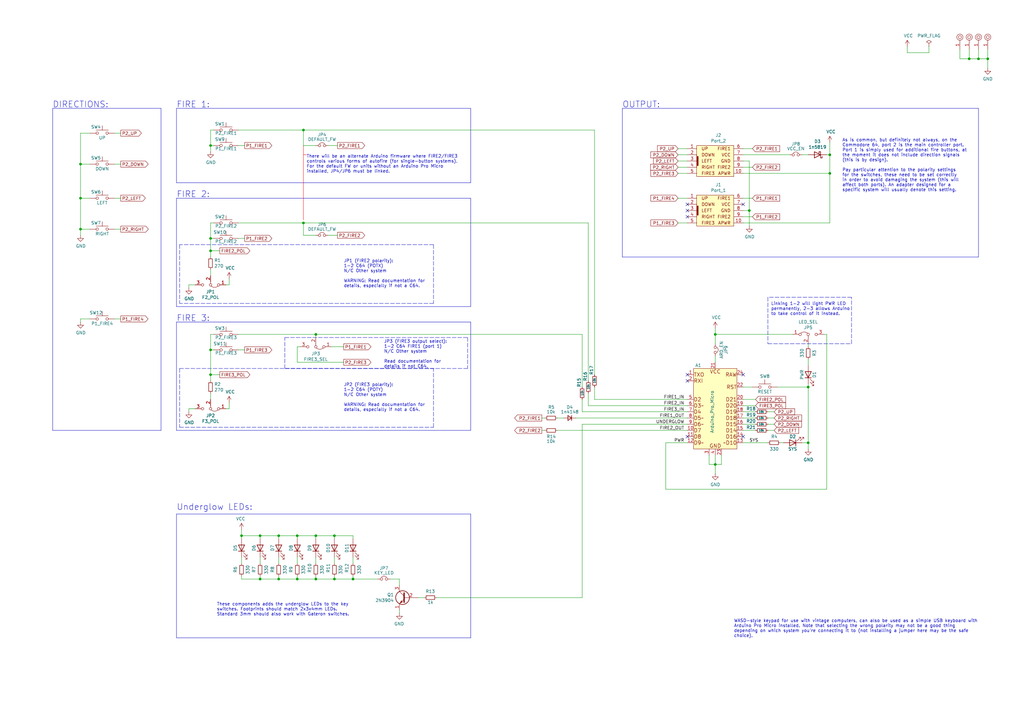
<source format=kicad_sch>
(kicad_sch (version 20231120) (generator "eeschema") (generator_version "8.0")
  (paper "A3")
  (title_block (title "C64 JoyKEY") (rev "E"))
  (lib_symbols
    (symbol "C64 Joykey-rescue:GND-power" (power) (pin_names (offset 0))
      (property "Value" "power_GND" (at 0 -3.81 0))
      (symbol "GND-power_1_1"
        (pin power_in line (at 0 0 270) (length 0) hide (name "GND") (number "1"))
      )
    )
    (symbol "C64 Joykey-rescue:Jumper_3_Bridged12-Jumper" (pin_names (offset 0) hide)
      (property "Reference" "JP" (at -2.54 -2.54 0))
      (property "Value" "Jumper_Jumper_3_Bridged12" (at 0 2.794 0))
      (symbol "Jumper_3_Bridged12-Jumper_1_1"
        (pin passive line (at -6.35 0 0) (length 2.54) (name "A") (number "1"))
        (pin input line (at 0 -3.81 90) (length 2.54) (name "C") (number "2"))
        (pin passive line (at 6.35 0 180) (length 2.54) (name "B") (number "3"))
      )
    )
    (symbol "C64 Joykey-rescue:Jumper_NC_Small-Device" (pin_numbers hide) (pin_names (offset 0.762) hide)
      (property "Reference" "JP" (at 0 2.032 0))
      (property "Value" "Device_Jumper_NC_Small" (at 0.254 -1.524 0))
      (symbol "Jumper_NC_Small-Device_0_1"
        (pin passive line (at -2.54 0 0) (length 1.016) (name "1") (number "1"))
        (pin passive line (at 2.54 0 180) (length 1.016) (name "2") (number "2"))
      )
    )
    (symbol "C64 Joykey-rescue:PWR_FLAG-power" (power) (pin_numbers hide) (pin_names (offset 0) hide)
      (property "Value" "power_PWR_FLAG" (at 0 3.81 0))
      (symbol "PWR_FLAG-power_0_0"
        (pin power_out line (at 0 0 90) (length 0) (name "pwr") (number "1"))
      )
    )
    (symbol "C64 Joykey-rescue:VCC-power" (power) (pin_names (offset 0))
      (property "Value" "power_VCC" (at 0 3.81 0))
      (symbol "VCC-power_1_1"
        (pin power_in line (at 0 0 90) (length 0) hide (name "VCC") (number "1"))
      )
    )
    (symbol "Device:D_Small" (pin_numbers hide) (pin_names (offset 0.254) hide)
      (property "Reference" "D" (at -1.27 2.032 0))
      (property "Value" "D_Small" (at -3.81 -2.032 0))
      (symbol "D_Small_1_1"
        (pin passive line (at -2.54 0 0) (length 1.778) (name "K") (number "1"))
        (pin passive line (at 2.54 0 180) (length 1.778) (name "A") (number "2"))
      )
    )
    (symbol "Device:LED" (pin_numbers hide) (pin_names (offset 1.016) hide)
      (property "Reference" "D" (at 0 2.54 0))
      (property "Value" "LED" (at 0 -2.54 0))
      (symbol "LED_1_1"
        (pin passive line (at -3.81 0 0) (length 2.54) (name "K") (number "1"))
        (pin passive line (at 3.81 0 180) (length 2.54) (name "A") (number "2"))
      )
    )
    (symbol "Device:R_Small" (pin_numbers hide) (pin_names (offset 0.254) hide)
      (property "Reference" "R" (at 0.762 0.508 0))
      (property "Value" "R_Small" (at 0.762 -1.016 0))
      (symbol "R_Small_1_1"
        (pin passive line (at 0 2.54 270) (length 0.762) (name "~") (number "1"))
        (pin passive line (at 0 -2.54 90) (length 0.762) (name "~") (number "2"))
      )
    )
    (symbol "Diode:1N5819" (pin_numbers hide) (pin_names (offset 1.016) hide)
      (property "Reference" "D" (at 0 2.54 0))
      (property "Value" "1N5819" (at 0 -2.54 0))
      (symbol "1N5819_1_1"
        (pin passive line (at -3.81 0 0) (length 2.54) (name "K") (number "1"))
        (pin passive line (at 3.81 0 180) (length 2.54) (name "A") (number "2"))
      )
    )
    (symbol "Switch:SW_Push" (pin_numbers hide) (pin_names (offset 1.016) hide)
      (property "Reference" "SW" (at 1.27 2.54 0))
      (property "Value" "SW_Push" (at 0 -1.524 0))
      (symbol "SW_Push_0_1"
        (pin passive line (at -5.08 0 0) (length 2.54) (name "1") (number "1"))
        (pin passive line (at 5.08 0 180) (length 2.54) (name "2") (number "2"))
      )
    )
    (symbol "Transistor_BJT:2N3904" (pin_names (offset 0) hide)
      (property "Reference" "Q" (at 5.08 1.905 0))
      (property "Value" "2N3904" (at 5.08 0 0))
      (symbol "2N3904_1_1"
        (pin passive line (at 2.54 -5.08 90) (length 2.54) (name "E") (number "1"))
        (pin passive line (at -5.08 0 0) (length 5.715) (name "B") (number "2"))
        (pin passive line (at 2.54 5.08 270) (length 2.54) (name "C") (number "3"))
      )
    )
    (symbol "c64_idc:C64_IDC_PORT1" (pin_names (offset 1.016) hide)
      (property "Reference" "J" (at 0 7.62 0))
      (property "Value" "C64_IDC_PORT1" (at 0 -7.62 0))
      (symbol "C64_IDC_PORT1_1_1"
        (text "APWR" (at 6.35 -5.08 0) (effects (font (size 1.27 1.27)) (justify right)))
        (text "DOWN" (at -5.715 2.54 0) (effects (font (size 1.27 1.27)) (justify left)))
        (text "FIRE1" (at 6.35 5.08 0) (effects (font (size 1.27 1.27)) (justify right)))
        (text "FIRE2" (at 6.35 -2.54 0) (effects (font (size 1.27 1.27)) (justify right)))
        (text "FIRE3" (at -5.715 -5.08 0) (effects (font (size 1.27 1.27)) (justify left)))
        (text "GND" (at 6.35 0 0) (effects (font (size 1.27 1.27)) (justify right)))
        (text "LEFT" (at -5.715 0 0) (effects (font (size 1.27 1.27)) (justify left)))
        (text "RIGHT" (at -5.715 -2.54 0) (effects (font (size 1.27 1.27)) (justify left)))
        (text "UP" (at -5.715 5.08 0) (effects (font (size 1.27 1.27)) (justify left)))
        (text "VCC" (at 6.35 2.54 0) (effects (font (size 1.27 1.27)) (justify right)))
        (pin passive line (at -11.43 5.08 0) (length 3.81) (name "Pin_1") (number "1"))
        (pin power_in line (at 11.43 -5.08 180) (length 3.81) (name "EX_VCC") (number "10"))
        (pin passive line (at -11.43 2.54 0) (length 3.81) (name "Pin_2") (number "2"))
        (pin passive line (at -11.43 0 0) (length 3.81) (name "Pin_3") (number "3"))
        (pin passive line (at -11.43 -2.54 0) (length 3.81) (name "Pin_4") (number "4"))
        (pin passive line (at -11.43 -5.08 0) (length 3.81) (name "Pin_5") (number "5"))
        (pin passive line (at 11.43 5.08 180) (length 3.81) (name "Pin_6") (number "6"))
        (pin power_in line (at 11.43 2.54 180) (length 3.81) (name "Pin_7") (number "7"))
        (pin power_in line (at 11.43 0 180) (length 3.81) (name "Pin_8") (number "8"))
        (pin passive line (at 11.43 -2.54 180) (length 3.81) (name "Pin_9") (number "9"))
      )
    )
    (symbol "c64_idc:C64_IDC_PORT2" (pin_names (offset 1.016) hide)
      (property "Reference" "J" (at 0 7.62 0))
      (property "Value" "C64_IDC_PORT2" (at 0 -7.62 0))
      (symbol "C64_IDC_PORT2_1_1"
        (text "APWR" (at 6.35 -5.08 0) (effects (font (size 1.27 1.27)) (justify right)))
        (text "DOWN" (at -5.715 2.54 0) (effects (font (size 1.27 1.27)) (justify left)))
        (text "FIRE1" (at 6.35 5.08 0) (effects (font (size 1.27 1.27)) (justify right)))
        (text "FIRE2" (at 6.35 -2.54 0) (effects (font (size 1.27 1.27)) (justify right)))
        (text "FIRE3" (at -5.715 -5.08 0) (effects (font (size 1.27 1.27)) (justify left)))
        (text "GND" (at 6.35 0 0) (effects (font (size 1.27 1.27)) (justify right)))
        (text "LEFT" (at -5.715 0 0) (effects (font (size 1.27 1.27)) (justify left)))
        (text "RIGHT" (at -5.715 -2.54 0) (effects (font (size 1.27 1.27)) (justify left)))
        (text "UP" (at -5.715 5.08 0) (effects (font (size 1.27 1.27)) (justify left)))
        (text "VCC" (at 6.35 2.54 0) (effects (font (size 1.27 1.27)) (justify right)))
        (pin passive line (at -11.43 5.08 0) (length 3.81) (name "Pin_1") (number "1"))
        (pin power_in line (at 11.43 -5.08 180) (length 3.81) (name "EX_VCC") (number "10"))
        (pin passive line (at -11.43 2.54 0) (length 3.81) (name "Pin_2") (number "2"))
        (pin passive line (at -11.43 0 0) (length 3.81) (name "Pin_3") (number "3"))
        (pin passive line (at -11.43 -2.54 0) (length 3.81) (name "Pin_4") (number "4"))
        (pin passive line (at -11.43 -5.08 0) (length 3.81) (name "Pin_5") (number "5"))
        (pin passive line (at 11.43 5.08 180) (length 3.81) (name "Pin_6") (number "6"))
        (pin power_out line (at 11.43 2.54 180) (length 3.81) (name "Pin_7") (number "7"))
        (pin power_out line (at 11.43 0 180) (length 3.81) (name "Pin_8") (number "8"))
        (pin passive line (at 11.43 -2.54 180) (length 3.81) (name "Pin_9") (number "9"))
      )
    )
    (symbol "mounting:Mounting_Pin" (pin_names (offset 1.016) hide)
      (symbol "Mounting_Pin_1_1"
        (pin power_in line (at -5.08 0 0) (length 3.81) (name "Pin_1") (number "1"))
      )
    )
    (symbol "power:GND" (power) (pin_numbers hide) (pin_names (offset 0) hide)
      (property "Value" "GND" (at 0 -3.81 0))
      (symbol "GND_1_1"
        (pin power_in line (at 0 0 270) (length 0) (name "~") (number "1"))
      )
    )
    (symbol "promicro:Arduino_Pro_Micro" (pin_names (offset 1.016) hide)
      (property "Reference" "A" (at 3.81 3.81 0))
      (property "Value" "Arduino_Pro_Micro" (at 11.43 -15.24 90))
      (symbol "Arduino_Pro_Micro_0_0"
        (text "D14" (at 20.32 -22.86 0) (effects (font (size 1.524 1.524)) (justify right)))
        (text "D15" (at 20.32 -20.32 0) (effects (font (size 1.524 1.524)) (justify right)))
        (text "D16" (at 20.32 -25.4 0) (effects (font (size 1.524 1.524)) (justify right)))
        (text "D18" (at 20.32 -17.78 0) (effects (font (size 1.524 1.524)) (justify right)))
        (text "D19" (at 20.32 -15.24 0) (effects (font (size 1.524 1.524)) (justify right)))
        (text "D2" (at 2.54 -10.16 0) (effects (font (size 1.524 1.524)) (justify left)))
        (text "D20" (at 20.32 -12.7 0) (effects (font (size 1.524 1.524)) (justify right)))
        (text "D21" (at 20.32 -10.16 0) (effects (font (size 1.524 1.524)) (justify right)))
        (text "D3~" (at 2.54 -12.7 0) (effects (font (size 1.524 1.524)) (justify left)))
        (text "D4" (at 2.54 -15.24 0) (effects (font (size 1.524 1.524)) (justify left)))
        (text "D5~" (at 2.54 -17.78 0) (effects (font (size 1.524 1.524)) (justify left)))
        (text "D6~" (at 2.54 -20.32 0) (effects (font (size 1.524 1.524)) (justify left)))
        (text "D7" (at 2.54 -22.86 0) (effects (font (size 1.524 1.524)) (justify left)))
        (text "D8" (at 2.54 -25.4 0) (effects (font (size 1.524 1.524)) (justify left)))
        (text "D9~" (at 2.54 -27.94 0) (effects (font (size 1.524 1.524)) (justify left)))
        (text "GND" (at 11.43 -29.21 0) (effects (font (size 1.524 1.524))))
        (text "RAW" (at 20.32 0 0) (effects (font (size 1.524 1.524)) (justify right)))
        (text "RST" (at 20.32 -5.08 0) (effects (font (size 1.524 1.524)) (justify right)))
        (text "RXI" (at 2.54 -2.54 0) (effects (font (size 1.524 1.524)) (justify left)))
        (text "TXO" (at 2.54 0 0) (effects (font (size 1.524 1.524)) (justify left)))
        (text "VCC" (at 11.43 1.27 0) (effects (font (size 1.524 1.524))))
        (text "~D10" (at 20.32 -27.94 0) (effects (font (size 1.524 1.524)) (justify right)))
      )
      (symbol "Arduino_Pro_Micro_1_1"
        (pin output line (at 0 0 0) (length 2.54) (name "TXO") (number "1"))
        (pin bidirectional line (at 0 -22.86 0) (length 2.54) (name "D7") (number "10"))
        (pin bidirectional line (at 0 -25.4 0) (length 2.54) (name "D8") (number "11"))
        (pin bidirectional line (at 0 -27.94 0) (length 2.54) (name "D9") (number "12"))
        (pin bidirectional line (at 22.86 -27.94 180) (length 2.54) (name "D10") (number "13"))
        (pin bidirectional line (at 22.86 -25.4 180) (length 2.54) (name "D16") (number "14"))
        (pin bidirectional line (at 22.86 -22.86 180) (length 2.54) (name "D14") (number "15"))
        (pin bidirectional line (at 22.86 -20.32 180) (length 2.54) (name "D15") (number "16"))
        (pin bidirectional line (at 22.86 -17.78 180) (length 2.54) (name "D18") (number "17"))
        (pin bidirectional line (at 22.86 -15.24 180) (length 2.54) (name "D19") (number "18"))
        (pin bidirectional line (at 22.86 -12.7 180) (length 2.54) (name "D20") (number "19"))
        (pin input line (at 0 -2.54 0) (length 2.54) (name "RXI") (number "2"))
        (pin bidirectional line (at 22.86 -10.16 180) (length 2.54) (name "D21") (number "20"))
        (pin passive line (at 11.43 5.08 270) (length 2.54) (name "VCC") (number "21"))
        (pin input line (at 22.86 -5.08 180) (length 2.54) (name "RST") (number "22"))
        (pin passive line (at 13.97 -33.02 90) (length 2.54) (name "GND") (number "23"))
        (pin power_in line (at 22.86 0 180) (length 2.54) (name "RAW") (number "24"))
        (pin passive line (at 8.89 -33.02 90) (length 2.54) (name "GND") (number "3"))
        (pin passive line (at 11.43 -33.02 90) (length 2.54) (name "GND") (number "4"))
        (pin bidirectional line (at 0 -10.16 0) (length 2.54) (name "D2") (number "5"))
        (pin bidirectional line (at 0 -12.7 0) (length 2.54) (name "D3") (number "6"))
        (pin bidirectional line (at 0 -15.24 0) (length 2.54) (name "D4") (number "7"))
        (pin bidirectional line (at 0 -17.78 0) (length 2.54) (name "D5") (number "8"))
        (pin bidirectional line (at 0 -20.32 0) (length 2.54) (name "D6") (number "9"))
      )
    )
    (symbol "promicro:VCC_EN" (pin_numbers hide) (pin_names (offset 0.762) hide)
      (property "Reference" "JP" (at 0 2.032 0))
      (property "Value" "VCC_EN" (at 0.254 -1.524 0))
      (symbol "VCC_EN_0_1"
        (pin power_in line (at -2.54 0 0) (length 1.016) (name "1") (number "1"))
        (pin power_out line (at 2.54 0 180) (length 1.016) (name "2") (number "2"))
      )
    )
    (symbol "sw_push:SW_Push" (pin_numbers hide) (pin_names (offset 1.016) hide)
      (property "Reference" "SW" (at 1.27 2.54 0))
      (property "Value" "SW_Push" (at 0 -1.524 0))
      (symbol "SW_Push_0_1"
        (pin passive line (at 5.08 0 180) (length 2.54) (name "1") (number "1"))
        (pin passive line (at -5.08 0 0) (length 2.54) (name "2") (number "2"))
      )
    )
  )
  (junction (at 124.46 91.44))
  (junction (at 99.06 219.71))
  (junction (at 405.13 24.13))
  (junction (at 33.02 67.31))
  (junction (at 340.36 63.5))
  (junction (at 307.34 86.36))
  (junction (at 144.78 237.49))
  (junction (at 293.37 137.16))
  (junction (at 106.68 219.71))
  (junction (at 340.36 71.12))
  (junction (at 293.37 190.5))
  (junction (at 331.47 181.61))
  (junction (at 86.36 143.51))
  (junction (at 137.16 219.71))
  (junction (at 86.36 153.67))
  (junction (at 401.32 24.13))
  (junction (at 121.92 219.71))
  (junction (at 114.3 237.49))
  (junction (at 121.92 237.49))
  (junction (at 331.47 158.75))
  (junction (at 397.51 24.13))
  (junction (at 129.54 219.71))
  (junction (at 33.02 81.28))
  (junction (at 137.16 237.49))
  (junction (at 114.3 219.71))
  (junction (at 86.36 102.87))
  (junction (at 86.36 59.69))
  (junction (at 129.54 137.16))
  (junction (at 106.68 237.49))
  (junction (at 33.02 93.98))
  (junction (at 129.54 237.49))
  (junction (at 124.46 53.34))
  (junction (at 86.36 97.79))
  (no_connect (at 304.8 153.67))
  (no_connect (at 281.94 179.07))
  (no_connect (at 281.94 83.82))
  (no_connect (at 281.94 88.9))
  (no_connect (at 281.94 86.36))
  (no_connect (at 304.8 83.82))
  (no_connect (at 281.94 156.21))
  (no_connect (at 304.8 179.07))
  (no_connect (at 281.94 153.67))
  (wire (pts (xy 77.47 116.84) (xy 77.47 118.11)))
  (wire (pts (xy 314.96 173.99) (xy 317.5 173.99)))
  (wire (pts (xy 86.36 163.83) (xy 86.36 161.29)))
  (wire (pts (xy 320.04 181.61) (xy 321.31 181.61)))
  (wire (pts (xy 123.19 142.24) (xy 121.92 142.24)))
  (wire (pts (xy 243.84 163.83) (xy 281.94 163.83)))
  (wire (pts (xy 278.13 91.44) (xy 281.94 91.44)))
  (wire (pts (xy 339.09 200.66) (xy 339.09 137.16)))
  (wire (pts (xy 134.62 59.69) (xy 138.43 59.69)))
  (wire (pts (xy 304.8 176.53) (xy 309.88 176.53)))
  (wire (pts (xy 137.16 237.49) (xy 129.54 237.49)))
  (wire (pts (xy 33.02 81.28) (xy 33.02 93.98)))
  (wire (pts (xy 90.17 102.87) (xy 86.36 102.87)))
  (wire (pts (xy 304.8 158.75) (xy 308.61 158.75)))
  (wire (pts (xy 304.8 66.04) (xy 307.34 66.04)))
  (wire (pts (xy 87.63 143.51) (xy 86.36 143.51)))
  (wire (pts (xy 401.32 24.13) (xy 405.13 24.13)))
  (wire (pts (xy 121.92 237.49) (xy 114.3 237.49)))
  (wire (pts (xy 331.47 147.32) (xy 331.47 149.86)))
  (wire (pts (xy 314.96 171.45) (xy 317.5 171.45)))
  (wire (pts (xy 238.76 158.75) (xy 238.76 137.16)))
  (wire (pts (xy 86.36 91.44) (xy 87.63 91.44)))
  (wire (pts (xy 121.92 148.59) (xy 140.97 148.59)))
  (polyline (pts (xy 177.8 100.33) (xy 73.66 100.33)) (stroke (width 0) (type dash)))
  (wire (pts (xy 331.47 158.75) (xy 331.47 181.61)))
  (polyline (pts (xy 255.27 105.41) (xy 255.27 44.45)) (stroke (width 0) (type solid)))
  (wire (pts (xy 106.68 219.71) (xy 99.06 219.71)))
  (wire (pts (xy 278.13 66.04) (xy 281.94 66.04)))
  (wire (pts (xy 339.09 137.16) (xy 337.82 137.16)))
  (wire (pts (xy 93.98 167.64) (xy 92.71 167.64)))
  (wire (pts (xy 99.06 228.6) (xy 99.06 231.14)))
  (wire (pts (xy 106.68 219.71) (xy 106.68 220.98)))
  (wire (pts (xy 238.76 163.83) (xy 238.76 168.91)))
  (wire (pts (xy 238.76 173.99) (xy 281.94 173.99)))
  (polyline (pts (xy 72.39 210.82) (xy 72.39 261.62)) (stroke (width 0) (type solid)))
  (wire (pts (xy 99.06 219.71) (xy 99.06 220.98)))
  (wire (pts (xy 331.47 140.97) (xy 331.47 142.24)))
  (wire (pts (xy 114.3 219.71) (xy 114.3 220.98)))
  (wire (pts (xy 304.8 91.44) (xy 340.36 91.44)))
  (wire (pts (xy 372.11 19.05) (xy 372.11 21.59)))
  (wire (pts (xy 340.36 71.12) (xy 340.36 91.44)))
  (polyline (pts (xy 73.66 151.13) (xy 177.8 151.13)) (stroke (width 0) (type dash)))
  (wire (pts (xy 121.92 228.6) (xy 121.92 231.14)))
  (wire (pts (xy 106.68 236.22) (xy 106.68 237.49)))
  (wire (pts (xy 179.07 245.11) (xy 238.76 245.11)))
  (polyline (pts (xy 72.39 81.28) (xy 193.04 81.28)) (stroke (width 0) (type solid)))
  (wire (pts (xy 114.3 237.49) (xy 106.68 237.49)))
  (wire (pts (xy 222.25 176.53) (xy 223.52 176.53)))
  (wire (pts (xy 273.05 181.61) (xy 281.94 181.61)))
  (wire (pts (xy 46.99 54.61) (xy 49.53 54.61)))
  (wire (pts (xy 278.13 71.12) (xy 281.94 71.12)))
  (wire (pts (xy 124.46 53.34) (xy 243.84 53.34)))
  (polyline (pts (xy 73.66 151.13) (xy 73.66 175.26)) (stroke (width 0) (type dash)))
  (polyline (pts (xy 349.25 140.97) (xy 349.25 121.92)) (stroke (width 0) (type dash)))
  (wire (pts (xy 243.84 53.34) (xy 243.84 153.67)))
  (wire (pts (xy 304.8 71.12) (xy 340.36 71.12)))
  (wire (pts (xy 340.36 63.5) (xy 340.36 71.12)))
  (wire (pts (xy 129.54 219.71) (xy 121.92 219.71)))
  (polyline (pts (xy 21.59 44.45) (xy 66.04 44.45)) (stroke (width 0) (type solid)))
  (wire (pts (xy 381 21.59) (xy 381 19.05)))
  (wire (pts (xy 80.01 167.64) (xy 77.47 167.64)))
  (wire (pts (xy 372.11 21.59) (xy 381 21.59)))
  (polyline (pts (xy 177.8 175.26) (xy 177.8 151.13)) (stroke (width 0) (type dash)))
  (wire (pts (xy 86.36 62.23) (xy 86.36 59.69)))
  (wire (pts (xy 273.05 200.66) (xy 273.05 181.61)))
  (wire (pts (xy 238.76 173.99) (xy 238.76 245.11)))
  (wire (pts (xy 228.6 171.45) (xy 231.14 171.45)))
  (wire (pts (xy 304.8 60.96) (xy 308.61 60.96)))
  (polyline (pts (xy 73.66 175.26) (xy 177.8 175.26)) (stroke (width 0) (type dash)))
  (wire (pts (xy 295.91 186.69) (xy 295.91 190.5)))
  (wire (pts (xy 49.53 93.98) (xy 46.99 93.98)))
  (wire (pts (xy 238.76 168.91) (xy 281.94 168.91)))
  (polyline (pts (xy 193.04 176.53) (xy 72.39 176.53)) (stroke (width 0) (type solid)))
  (wire (pts (xy 314.96 176.53) (xy 317.5 176.53)))
  (wire (pts (xy 304.8 86.36) (xy 307.34 86.36)))
  (polyline (pts (xy 72.39 132.08) (xy 193.04 132.08)) (stroke (width 0) (type solid)))
  (wire (pts (xy 405.13 24.13) (xy 405.13 27.94)))
  (wire (pts (xy 241.3 91.44) (xy 241.3 156.21)))
  (wire (pts (xy 293.37 137.16) (xy 293.37 140.97)))
  (wire (pts (xy 397.51 20.32) (xy 397.51 24.13)))
  (wire (pts (xy 93.98 165.1) (xy 93.98 167.64)))
  (wire (pts (xy 114.3 236.22) (xy 114.3 237.49)))
  (wire (pts (xy 304.8 163.83) (xy 309.88 163.83)))
  (wire (pts (xy 281.94 63.5) (xy 278.13 63.5)))
  (polyline (pts (xy 66.04 176.53) (xy 21.59 176.53)) (stroke (width 0) (type solid)))
  (wire (pts (xy 160.02 237.49) (xy 163.83 237.49)))
  (wire (pts (xy 278.13 81.28) (xy 281.94 81.28)))
  (wire (pts (xy 124.46 96.52) (xy 129.54 96.52)))
  (polyline (pts (xy 349.25 121.92) (xy 314.96 121.92)) (stroke (width 0) (type dash)))
  (wire (pts (xy 222.25 171.45) (xy 223.52 171.45)))
  (wire (pts (xy 228.6 176.53) (xy 281.94 176.53)))
  (wire (pts (xy 331.47 184.15) (xy 331.47 181.61)))
  (polyline (pts (xy 72.39 44.45) (xy 72.39 74.93)) (stroke (width 0) (type solid)))
  (wire (pts (xy 304.8 173.99) (xy 309.88 173.99)))
  (wire (pts (xy 339.09 63.5) (xy 340.36 63.5)))
  (wire (pts (xy 33.02 81.28) (xy 36.83 81.28)))
  (wire (pts (xy 331.47 181.61) (xy 328.93 181.61)))
  (polyline (pts (xy 177.8 100.33) (xy 177.8 124.46)) (stroke (width 0) (type dash)))
  (wire (pts (xy 304.8 171.45) (xy 309.88 171.45)))
  (polyline (pts (xy 72.39 125.73) (xy 193.04 125.73)) (stroke (width 0) (type solid)))
  (wire (pts (xy 278.13 68.58) (xy 281.94 68.58)))
  (polyline (pts (xy 193.04 210.82) (xy 72.39 210.82)) (stroke (width 0) (type solid)))
  (polyline (pts (xy 116.84 151.13) (xy 116.84 138.43)) (stroke (width 0) (type dash)))
  (wire (pts (xy 86.36 153.67) (xy 86.36 156.21)))
  (wire (pts (xy 304.8 166.37) (xy 309.88 166.37)))
  (wire (pts (xy 144.78 219.71) (xy 137.16 219.71)))
  (wire (pts (xy 278.13 60.96) (xy 281.94 60.96)))
  (wire (pts (xy 318.77 158.75) (xy 331.47 158.75)))
  (wire (pts (xy 307.34 86.36) (xy 307.34 92.71)))
  (wire (pts (xy 340.36 63.5) (xy 340.36 58.42)))
  (wire (pts (xy 33.02 67.31) (xy 36.83 67.31)))
  (polyline (pts (xy 193.04 74.93) (xy 193.04 44.45)) (stroke (width 0) (type solid)))
  (wire (pts (xy 97.79 53.34) (xy 124.46 53.34)))
  (wire (pts (xy 100.33 143.51) (xy 97.79 143.51)))
  (wire (pts (xy 106.68 237.49) (xy 99.06 237.49)))
  (wire (pts (xy 86.36 97.79) (xy 86.36 102.87)))
  (wire (pts (xy 393.7 24.13) (xy 397.51 24.13)))
  (polyline (pts (xy 72.39 176.53) (xy 72.39 132.08)) (stroke (width 0) (type solid)))
  (wire (pts (xy 144.78 236.22) (xy 144.78 237.49)))
  (wire (pts (xy 33.02 96.52) (xy 33.02 93.98)))
  (polyline (pts (xy 193.04 125.73) (xy 193.04 81.28)) (stroke (width 0) (type solid)))
  (wire (pts (xy 33.02 54.61) (xy 36.83 54.61)))
  (polyline (pts (xy 125.73 63.5) (xy 124.46 63.5)) (stroke (width 0) (type solid) (color 255 0 0 1)))
  (wire (pts (xy 304.8 63.5) (xy 323.85 63.5)))
  (wire (pts (xy 86.36 143.51) (xy 86.36 153.67)))
  (wire (pts (xy 290.83 190.5) (xy 293.37 190.5)))
  (polyline (pts (xy 72.39 74.93) (xy 193.04 74.93)) (stroke (width 0) (type solid)))
  (wire (pts (xy 114.3 228.6) (xy 114.3 231.14)))
  (wire (pts (xy 97.79 91.44) (xy 124.46 91.44)))
  (wire (pts (xy 46.99 130.81) (xy 49.53 130.81)))
  (polyline (pts (xy 314.96 140.97) (xy 349.25 140.97)) (stroke (width 0) (type dash)))
  (wire (pts (xy 124.46 91.44) (xy 241.3 91.44)))
  (wire (pts (xy 86.36 113.03) (xy 86.36 110.49)))
  (wire (pts (xy 241.3 166.37) (xy 281.94 166.37)))
  (wire (pts (xy 33.02 93.98) (xy 36.83 93.98)))
  (wire (pts (xy 121.92 219.71) (xy 114.3 219.71)))
  (wire (pts (xy 93.98 114.3) (xy 93.98 116.84)))
  (wire (pts (xy 295.91 190.5) (xy 293.37 190.5)))
  (wire (pts (xy 144.78 237.49) (xy 137.16 237.49)))
  (polyline (pts (xy 124.46 59.69) (xy 124.46 90.17)) (stroke (width 0) (type solid) (color 255 0 0 1)))
  (wire (pts (xy 99.06 237.49) (xy 99.06 236.22)))
  (wire (pts (xy 86.36 59.69) (xy 87.63 59.69)))
  (wire (pts (xy 49.53 67.31) (xy 46.99 67.31)))
  (polyline (pts (xy 191.77 151.13) (xy 116.84 151.13)) (stroke (width 0) (type dash)))
  (wire (pts (xy 243.84 158.75) (xy 243.84 163.83)))
  (wire (pts (xy 241.3 161.29) (xy 241.3 166.37)))
  (wire (pts (xy 137.16 228.6) (xy 137.16 231.14)))
  (wire (pts (xy 304.8 181.61) (xy 314.96 181.61)))
  (wire (pts (xy 137.16 219.71) (xy 137.16 220.98)))
  (wire (pts (xy 86.36 102.87) (xy 86.36 105.41)))
  (wire (pts (xy 124.46 53.34) (xy 124.46 59.69)))
  (wire (pts (xy 86.36 137.16) (xy 86.36 143.51)))
  (wire (pts (xy 86.36 53.34) (xy 87.63 53.34)))
  (wire (pts (xy 293.37 134.62) (xy 293.37 137.16)))
  (polyline (pts (xy 191.77 138.43) (xy 191.77 151.13)) (stroke (width 0) (type dash)))
  (wire (pts (xy 114.3 219.71) (xy 106.68 219.71)))
  (wire (pts (xy 93.98 116.84) (xy 92.71 116.84)))
  (wire (pts (xy 124.46 59.69) (xy 129.54 59.69)))
  (wire (pts (xy 137.16 219.71) (xy 129.54 219.71)))
  (wire (pts (xy 129.54 137.16) (xy 238.76 137.16)))
  (wire (pts (xy 401.32 20.32) (xy 401.32 24.13)))
  (wire (pts (xy 393.7 20.32) (xy 393.7 24.13)))
  (wire (pts (xy 77.47 167.64) (xy 77.47 168.91)))
  (wire (pts (xy 36.83 130.81) (xy 33.02 130.81)))
  (wire (pts (xy 80.01 116.84) (xy 77.47 116.84)))
  (wire (pts (xy 144.78 237.49) (xy 154.94 237.49)))
  (wire (pts (xy 304.8 68.58) (xy 308.61 68.58)))
  (wire (pts (xy 121.92 236.22) (xy 121.92 237.49)))
  (polyline (pts (xy 401.32 105.41) (xy 255.27 105.41)) (stroke (width 0) (type solid)))
  (wire (pts (xy 46.99 81.28) (xy 49.53 81.28)))
  (wire (pts (xy 97.79 59.69) (xy 100.33 59.69)))
  (polyline (pts (xy 193.04 261.62) (xy 193.04 210.82)) (stroke (width 0) (type solid)))
  (wire (pts (xy 236.22 171.45) (xy 281.94 171.45)))
  (polyline (pts (xy 401.32 44.45) (xy 401.32 105.41)) (stroke (width 0) (type solid)))
  (wire (pts (xy 90.17 153.67) (xy 86.36 153.67)))
  (wire (pts (xy 144.78 220.98) (xy 144.78 219.71)))
  (wire (pts (xy 86.36 59.69) (xy 86.36 53.34)))
  (wire (pts (xy 33.02 67.31) (xy 33.02 81.28)))
  (wire (pts (xy 121.92 219.71) (xy 121.92 220.98)))
  (polyline (pts (xy 116.84 138.43) (xy 191.77 138.43)) (stroke (width 0) (type dash)))
  (wire (pts (xy 304.8 88.9) (xy 308.61 88.9)))
  (wire (pts (xy 273.05 200.66) (xy 339.09 200.66)))
  (wire (pts (xy 405.13 24.13) (xy 405.13 20.32)))
  (wire (pts (xy 163.83 251.46) (xy 163.83 250.19)))
  (wire (pts (xy 314.96 168.91) (xy 317.5 168.91)))
  (wire (pts (xy 129.54 228.6) (xy 129.54 231.14)))
  (wire (pts (xy 293.37 137.16) (xy 325.12 137.16)))
  (polyline (pts (xy 314.96 121.92) (xy 314.96 140.97)) (stroke (width 0) (type dash)))
  (wire (pts (xy 86.36 97.79) (xy 86.36 91.44)))
  (wire (pts (xy 134.62 96.52) (xy 138.43 96.52)))
  (wire (pts (xy 129.54 237.49) (xy 121.92 237.49)))
  (wire (pts (xy 173.99 245.11) (xy 171.45 245.11)))
  (wire (pts (xy 293.37 186.69) (xy 293.37 190.5)))
  (polyline (pts (xy 73.66 100.33) (xy 73.66 124.46)) (stroke (width 0) (type dash)))
  (wire (pts (xy 121.92 142.24) (xy 121.92 148.59)))
  (wire (pts (xy 307.34 66.04) (xy 307.34 86.36)))
  (polyline (pts (xy 72.39 125.73) (xy 72.39 81.28)) (stroke (width 0) (type solid)))
  (wire (pts (xy 124.46 91.44) (xy 124.46 96.52)))
  (polyline (pts (xy 193.04 176.53) (xy 193.04 132.08)) (stroke (width 0) (type solid)))
  (wire (pts (xy 328.93 63.5) (xy 331.47 63.5)))
  (wire (pts (xy 99.06 219.71) (xy 99.06 217.17)))
  (wire (pts (xy 129.54 138.43) (xy 129.54 137.16)))
  (wire (pts (xy 293.37 146.05) (xy 293.37 148.59)))
  (wire (pts (xy 106.68 228.6) (xy 106.68 231.14)))
  (wire (pts (xy 293.37 190.5) (xy 293.37 194.31)))
  (polyline (pts (xy 72.39 261.62) (xy 193.04 261.62)) (stroke (width 0) (type solid)))
  (wire (pts (xy 304.8 168.91) (xy 309.88 168.91)))
  (wire (pts (xy 33.02 54.61) (xy 33.02 67.31)))
  (wire (pts (xy 144.78 228.6) (xy 144.78 231.14)))
  (wire (pts (xy 397.51 24.13) (xy 401.32 24.13)))
  (wire (pts (xy 331.47 157.48) (xy 331.47 158.75)))
  (wire (pts (xy 129.54 236.22) (xy 129.54 237.49)))
  (wire (pts (xy 33.02 132.08) (xy 33.02 130.81)))
  (polyline (pts (xy 21.59 176.53) (xy 21.59 44.45)) (stroke (width 0) (type solid)))
  (wire (pts (xy 87.63 97.79) (xy 86.36 97.79)))
  (polyline (pts (xy 177.8 124.46) (xy 73.66 124.46)) (stroke (width 0) (type dash)))
  (wire (pts (xy 97.79 97.79) (xy 100.33 97.79)))
  (polyline (pts (xy 193.04 44.45) (xy 72.39 44.45)) (stroke (width 0) (type solid)))
  (polyline (pts (xy 255.27 44.45) (xy 401.32 44.45)) (stroke (width 0) (type solid)))
  (wire (pts (xy 86.36 137.16) (xy 87.63 137.16)))
  (wire (pts (xy 97.79 137.16) (xy 129.54 137.16)))
  (wire (pts (xy 137.16 236.22) (xy 137.16 237.49)))
  (wire (pts (xy 135.89 142.24) (xy 140.97 142.24)))
  (wire (pts (xy 163.83 240.03) (xy 163.83 237.49)))
  (wire (pts (xy 129.54 219.71) (xy 129.54 220.98)))
  (wire (pts (xy 290.83 186.69) (xy 290.83 190.5)))
  (polyline (pts (xy 66.04 44.45) (xy 66.04 176.53)) (stroke (width 0) (type solid)))
  (wire (pts (xy 304.8 81.28) (xy 308.61 81.28)))
  (text "As is common, but definitely not always, on the\nCommodore 64, port 2 is the main controller port.\nPort 1 is simply used for additional fire buttons, at\nthe moment it does not include direction signals\n(this is by design).\n\nPay particular attention to the polarity settings\nfor the switches, these need to be set correctly\nin order to avoid damaging the system (this will\naffect both ports). An adapter designed for a\nspecific system will usually denote this setting." (at 345.44 78.74 0) (effects (font (size 1.27 1.27)) (justify left bottom)))
  (text "JP3 (FIRE3 output select):\n1-2 C64 FIRE1 (port 1)\nN/C Other system\n\nRead documentation for\ndetails if not C64." (at 157.48 151.13 0) (effects (font (size 1.27 1.27)) (justify left bottom)))
  (text "JP2 (FIRE3 polarity):\n1-2 C64 (POTY)\nN/C Other system\n\nWARNING: Read documentation for\ndetails, especially if not a C64." (at 140.97 168.91 0) (effects (font (size 1.27 1.27)) (justify left bottom)))
  (text "OUTPUT:" (at 255.27 44.45 0) (effects (font (size 2.4892 2.4892)) (justify left bottom)))
  (text "WASD-style keypad for use with vintage computers, can also be used as a simple USB keyboard with\nArduino Pro Micro installed. Note that selecting the wrong polarity may not be a good thing \ndepending on which system you're connecting it to (not installing a jumper here may be the safe\nchoice)." (at 300.99 261.62 0) (effects (font (size 1.27 1.27)) (justify left bottom)))
  (text "Underglow LEDs:" (at 72.39 209.55 0) (effects (font (size 2.4892 2.4892)) (justify left bottom)))
  (text "There will be an alternate Arduino firmware where FIRE2/FIRE3\ncontrols various forms of autofire (for single-button systems).\nFor the default FW or units without an Arduino Pro Micro \ninstalled, JP4/JP6 must be linked." (at 125.73 71.12 0) (effects (font (size 1.27 1.27)) (justify left bottom)))
  (text "DIRECTIONS:" (at 21.59 44.45 0) (effects (font (size 2.4892 2.4892)) (justify left bottom)))
  (text "FIRE 2:" (at 72.39 81.28 0) (effects (font (size 2.4892 2.4892)) (justify left bottom)))
  (text "JP1 (FIRE2 polarity):\n1-2 C64 (POTX)\nN/C Other system\n\nWARNING: Read documentation for\ndetails, especially if not a C64." (at 140.97 118.11 0) (effects (font (size 1.27 1.27)) (justify left bottom)))
  (text "Linking 1-2 will light PWR LED\npermanently, 2-3 allows Arduino\nto take control of it instead." (at 316.23 129.54 0) (effects (font (size 1.27 1.27)) (justify left bottom)))
  (text "These components adds the underglow LEDs to the key\nswitches. Footprints should match 2x3x4mm LEDs.\nStandard 3mm should also work with Gateron switches." (at 88.9 252.73 0) (effects (font (size 1.27 1.27)) (justify left bottom)))
  (text "FIRE 3:" (at 72.39 132.08 0) (effects (font (size 2.4892 2.4892)) (justify left bottom)))
  (text "FIRE 1:" (at 72.39 44.45 0) (effects (font (size 2.4892 2.4892)) (justify left bottom)))
  (label "FIRE1_IN" (at 280.67 163.83 180))
  (label "FIRE1_OUT" (at 280.67 171.45 180))
  (label "FIRE3_IN" (at 280.67 168.91 180))
  (label "UNDERGLOW" (at 280.67 173.99 180))
  (label "FIRE2_OUT" (at 280.67 176.53 180))
  (label "FIRE2_IN" (at 280.67 166.37 180))
  (label "PWR" (at 280.67 181.61 180))
  (label "SYS" (at 307.34 181.61 0))
  (global_label "FIRE3_POL" (shape input) (at 309.88 166.37 0) (property "Intersheetrefs" "${INTERSHEET_REFS}" (effects (hide yes))))
  (global_label "P1_FIRE1" (shape output) (at 140.97 142.24 0) (property "Intersheetrefs" "${INTERSHEET_REFS}" (effects (hide yes))))
  (global_label "P1_FIRE4" (shape output) (at 49.53 130.81 0) (property "Intersheetrefs" "${INTERSHEET_REFS}" (effects (hide yes))))
  (global_label "P2_FIRE2" (shape input) (at 308.61 68.58 0) (property "Intersheetrefs" "${INTERSHEET_REFS}" (effects (hide yes))))
  (global_label "P1_FIRE2" (shape output) (at 100.33 97.79 0) (property "Intersheetrefs" "${INTERSHEET_REFS}" (effects (hide yes))))
  (global_label "P1_FIRE1" (shape output) (at 100.33 59.69 0) (property "Intersheetrefs" "${INTERSHEET_REFS}" (effects (hide yes))))
  (global_label "P2_LEFT" (shape output) (at 49.53 81.28 0) (property "Intersheetrefs" "${INTERSHEET_REFS}" (effects (hide yes))))
  (global_label "P2_FIRE1" (shape output) (at 138.43 59.69 0) (property "Intersheetrefs" "${INTERSHEET_REFS}" (effects (hide yes))))
  (global_label "FIRE3_POL" (shape output) (at 90.17 153.67 0) (property "Intersheetrefs" "${INTERSHEET_REFS}" (effects (hide yes))))
  (global_label "P2_DOWN" (shape input) (at 317.5 173.99 0) (property "Intersheetrefs" "${INTERSHEET_REFS}" (effects (hide yes))))
  (global_label "P2_UP" (shape input) (at 278.13 60.96 180) (property "Intersheetrefs" "${INTERSHEET_REFS}" (effects (hide yes))))
  (global_label "P1_FIRE2" (shape input) (at 308.61 88.9 0) (property "Intersheetrefs" "${INTERSHEET_REFS}" (effects (hide yes))))
  (global_label "P2_DOWN" (shape input) (at 278.13 63.5 180) (property "Intersheetrefs" "${INTERSHEET_REFS}" (effects (hide yes))))
  (global_label "P2_FIRE2" (shape output) (at 138.43 96.52 0) (property "Intersheetrefs" "${INTERSHEET_REFS}" (effects (hide yes))))
  (global_label "P2_FIRE2" (shape output) (at 222.25 176.53 180) (property "Intersheetrefs" "${INTERSHEET_REFS}" (effects (hide yes))))
  (global_label "P1_FIRE3" (shape input) (at 278.13 91.44 180) (property "Intersheetrefs" "${INTERSHEET_REFS}" (effects (hide yes))))
  (global_label "P2_RIGHT" (shape input) (at 317.5 171.45 0) (property "Intersheetrefs" "${INTERSHEET_REFS}" (effects (hide yes))))
  (global_label "P2_FIRE1" (shape input) (at 308.61 60.96 0) (property "Intersheetrefs" "${INTERSHEET_REFS}" (effects (hide yes))))
  (global_label "P1_FIRE3" (shape output) (at 100.33 143.51 0) (property "Intersheetrefs" "${INTERSHEET_REFS}" (effects (hide yes))))
  (global_label "P2_LEFT" (shape input) (at 317.5 176.53 0) (property "Intersheetrefs" "${INTERSHEET_REFS}" (effects (hide yes))))
  (global_label "P2_FIRE3" (shape input) (at 278.13 71.12 180) (property "Intersheetrefs" "${INTERSHEET_REFS}" (effects (hide yes))))
  (global_label "P2_UP" (shape output) (at 49.53 54.61 0) (property "Intersheetrefs" "${INTERSHEET_REFS}" (effects (hide yes))))
  (global_label "P1_FIRE1" (shape input) (at 308.61 81.28 0) (property "Intersheetrefs" "${INTERSHEET_REFS}" (effects (hide yes))))
  (global_label "FIRE2_POL" (shape output) (at 90.17 102.87 0) (property "Intersheetrefs" "${INTERSHEET_REFS}" (effects (hide yes))))
  (global_label "P2_RIGHT" (shape output) (at 49.53 93.98 0) (property "Intersheetrefs" "${INTERSHEET_REFS}" (effects (hide yes))))
  (global_label "P2_FIRE1" (shape output) (at 222.25 171.45 180) (property "Intersheetrefs" "${INTERSHEET_REFS}" (effects (hide yes))))
  (global_label "P2_DOWN" (shape output) (at 49.53 67.31 0) (property "Intersheetrefs" "${INTERSHEET_REFS}" (effects (hide yes))))
  (global_label "P2_RIGHT" (shape input) (at 278.13 68.58 180) (property "Intersheetrefs" "${INTERSHEET_REFS}" (effects (hide yes))))
  (global_label "P2_FIRE3" (shape output) (at 140.97 148.59 0) (property "Intersheetrefs" "${INTERSHEET_REFS}" (effects (hide yes))))
  (global_label "FIRE2_POL" (shape input) (at 309.88 163.83 0) (property "Intersheetrefs" "${INTERSHEET_REFS}" (effects (hide yes))))
  (global_label "P2_UP" (shape input) (at 317.5 168.91 0) (property "Intersheetrefs" "${INTERSHEET_REFS}" (effects (hide yes))))
  (global_label "P1_FIRE4" (shape input) (at 278.13 81.28 180) (property "Intersheetrefs" "${INTERSHEET_REFS}" (effects (hide yes))))
  (global_label "P2_LEFT" (shape input) (at 278.13 66.04 180) (property "Intersheetrefs" "${INTERSHEET_REFS}" (effects (hide yes))))
  (symbol (lib_id "mounting:Mounting_Pin") (at 393.7 15.24 90) (unit 1)
    (property "Reference" "M1" (effects (hide yes)))
    (property "Value" "Mounting" (effects (hide yes)))
    (property "Footprint" "mounting:M3_pin" (effects (hide yes)))
    (property "Description" "Generic connector, single row, 01x01" (effects (hide yes)))
  )
  (symbol (lib_id "mounting:Mounting_Pin") (at 397.51 15.24 90) (unit 1)
    (property "Reference" "M2" (effects (hide yes)))
    (property "Value" "Mounting" (effects (hide yes)))
    (property "Footprint" "mounting:M3_pin" (effects (hide yes)))
    (property "Description" "Generic connector, single row, 01x01" (effects (hide yes)))
  )
  (symbol (lib_id "mounting:Mounting_Pin") (at 401.32 15.24 90) (unit 1)
    (property "Reference" "M3" (effects (hide yes)))
    (property "Value" "Mounting" (effects (hide yes)))
    (property "Footprint" "mounting:M3_pin" (effects (hide yes)))
    (property "Description" "Generic connector, single row, 01x01" (effects (hide yes)))
  )
  (symbol (lib_id "mounting:Mounting_Pin") (at 405.13 15.24 90) (unit 1)
    (property "Reference" "M4" (effects (hide yes)))
    (property "Value" "Mounting" (effects (hide yes)))
    (property "Footprint" "mounting:M3_pin" (effects (hide yes)))
    (property "Description" "Generic connector, single row, 01x01" (effects (hide yes)))
  )
  (symbol (lib_id "sw_push:SW_Push") (at 92.71 53.34 0) (unit 1)
    (property "Reference" "SW1" (at 90.17 50.8 0))
    (property "Value" "P2_FIRE1" (at 92.71 54.61 0))
    (property "Footprint" "Button_Switch_Keyboard:SW_Cherry_MX_1.00u_PCB" (effects (hide yes)))
  )
  (symbol (lib_id "sw_push:SW_Push") (at 92.71 91.44 0) (unit 1)
    (property "Reference" "SW2" (at 90.17 88.9 0))
    (property "Value" "P2_FIRE2" (at 92.71 92.71 0))
    (property "Footprint" "Button_Switch_Keyboard:SW_Cherry_MX_1.00u_PCB" (effects (hide yes)))
  )
  (symbol (lib_id "sw_push:SW_Push") (at 92.71 137.16 0) (unit 1)
    (property "Reference" "SW3" (at 90.17 134.62 0))
    (property "Value" "P2_FIRE3" (at 92.71 138.43 0))
    (property "Footprint" "Button_Switch_Keyboard:SW_Cherry_MX_1.00u_PCB" (effects (hide yes)))
  )
  (symbol (lib_id "C64 Joykey-rescue:GND-power") (at 86.36 62.23 0) (unit 1)
    (property "Reference" "#PWR01" (effects (hide yes)))
    (property "Value" "GND" (at 86.487 66.6242 0))
  )
  (symbol (lib_id "c64_idc:C64_IDC_PORT2") (at 293.37 66.04 0) (unit 1)
    (property "Reference" "J2" (at 294.64 55.4482 0))
    (property "Value" "Port_2" (at 294.64 57.7596 0))
    (property "Footprint" "C64 IDC:IDC_Joystick" (effects (hide yes)))
  )
  (symbol (lib_id "c64_idc:C64_IDC_PORT1") (at 293.37 86.36 0) (unit 1)
    (property "Reference" "J1" (at 294.64 75.7682 0))
    (property "Value" "Port_1" (at 294.64 78.0796 0))
    (property "Footprint" "C64 IDC:IDC_Joystick" (effects (hide yes)))
  )
  (symbol (lib_id "C64 Joykey-rescue:GND-power") (at 307.34 92.71 0) (unit 1)
    (property "Reference" "#PWR03" (effects (hide yes)))
    (property "Value" "GND" (at 307.467 97.1042 0))
  )
  (symbol (lib_id "C64 Joykey-rescue:VCC-power") (at 340.36 58.42 0) (unit 1)
    (property "Reference" "#PWR02" (effects (hide yes)))
    (property "Value" "VCC" (at 340.7918 54.0258 0))
  )
  (symbol (lib_id "sw_push:SW_Push") (at 41.91 54.61 0) (unit 1)
    (property "Reference" "SW4" (at 39.37 52.07 0))
    (property "Value" "UP" (at 41.91 56.515 0))
    (property "Footprint" "Button_Switch_Keyboard:SW_Cherry_MX_1.00u_PCB" (effects (hide yes)))
  )
  (symbol (lib_id "sw_push:SW_Push") (at 41.91 67.31 0) (unit 1)
    (property "Reference" "SW5" (at 39.37 64.77 0))
    (property "Value" "DOWN" (at 41.91 69.215 0))
    (property "Footprint" "Button_Switch_Keyboard:SW_Cherry_MX_1.00u_PCB" (effects (hide yes)))
  )
  (symbol (lib_id "sw_push:SW_Push") (at 41.91 81.28 0) (unit 1)
    (property "Reference" "SW6" (at 39.37 78.74 0))
    (property "Value" "LEFT" (at 41.91 83.185 0))
    (property "Footprint" "Button_Switch_Keyboard:SW_Cherry_MX_1.00u_PCB" (effects (hide yes)))
  )
  (symbol (lib_id "C64 Joykey-rescue:GND-power") (at 33.02 96.52 0) (unit 1)
    (property "Reference" "#PWR04" (effects (hide yes)))
    (property "Value" "GND" (at 33.147 100.9142 0))
  )
  (symbol (lib_id "sw_push:SW_Push") (at 41.91 93.98 0) (unit 1)
    (property "Reference" "SW7" (at 39.37 91.44 0))
    (property "Value" "RIGHT" (at 41.91 95.885 0))
    (property "Footprint" "Button_Switch_Keyboard:SW_Cherry_MX_1.00u_PCB" (effects (hide yes)))
  )
  (symbol (lib_id "C64 Joykey-rescue:Jumper_3_Bridged12-Jumper") (at 86.36 116.84 180) (unit 1)
    (property "Reference" "JP1" (at 86.36 119.6594 0))
    (property "Value" "F2_POL" (at 86.36 121.9708 0))
    (property "Footprint" "Connector_PinHeader_2.54mm:PinHeader_1x03_P2.54mm_Horizontal" (effects (hide yes)))
  )
  (symbol (lib_id "Device:R_Small") (at 86.36 107.95 0) (unit 1)
    (property "Reference" "R1" (at 87.8586 106.7816 0) (effects (justify left)))
    (property "Value" "270" (at 87.8586 109.093 0) (effects (justify left)))
    (property "Footprint" "Resistor_THT:R_Axial_DIN0207_L6.3mm_D2.5mm_P10.16mm_Horizontal" (effects (hide yes)))
  )
  (symbol (lib_id "C64 Joykey-rescue:VCC-power") (at 93.98 114.3 0) (unit 1)
    (property "Reference" "#PWR06" (effects (hide yes)))
    (property "Value" "VCC" (at 94.4118 109.9058 0))
  )
  (symbol (lib_id "C64 Joykey-rescue:GND-power") (at 77.47 118.11 0) (unit 1)
    (property "Reference" "#PWR05" (effects (hide yes)))
    (property "Value" "GND" (at 77.597 122.5042 0))
  )
  (symbol (lib_id "C64 Joykey-rescue:Jumper_3_Bridged12-Jumper") (at 129.54 142.24 180) (unit 1)
    (property "Reference" "JP3" (at 129.54 145.0594 0))
    (property "Value" "FIRE3_SEL" (at 129.54 147.3708 0))
    (property "Footprint" "Connector_PinHeader_2.54mm:PinHeader_1x03_P2.54mm_Horizontal" (effects (hide yes)))
  )
  (symbol (lib_id "promicro:Arduino_Pro_Micro") (at 281.94 153.67 0) (unit 1)
    (property "Reference" "A1" (at 286.385 149.86 0))
    (property "Value" "Arduino_Pro_Micro" (at 292.1 168.91 90))
    (property "Footprint" "arduino_pro_micro:Arduino_Pro_Micro" (effects (hide yes)))
    (property "Description" "Generic connector, double row, 02x08, counter clockwise pin numbering scheme (similar to DIP packge numbering)" (effects (hide yes)))
  )
  (symbol (lib_id "Switch:SW_Push") (at 313.69 158.75 0) (unit 1)
    (property "Reference" "SW8" (at 313.69 154.305 0))
    (property "Value" "RESET" (at 313.69 160.655 0))
    (property "Footprint" "Button_Switch_THT:SW_PUSH_6mm" (effects (hide yes)))
  )
  (symbol (lib_id "C64 Joykey-rescue:VCC-power") (at 293.37 134.62 0) (unit 1)
    (property "Reference" "#PWR0102" (effects (hide yes)))
    (property "Value" "VCC" (at 293.8018 130.2258 0))
  )
  (symbol (lib_id "C64 Joykey-rescue:Jumper_3_Bridged12-Jumper") (at 86.36 167.64 180) (unit 1)
    (property "Reference" "JP2" (at 86.36 170.4594 0))
    (property "Value" "F3_POL" (at 86.36 172.7708 0))
    (property "Footprint" "Connector_PinHeader_2.54mm:PinHeader_1x03_P2.54mm_Horizontal" (effects (hide yes)))
  )
  (symbol (lib_id "Device:R_Small") (at 86.36 158.75 0) (unit 1)
    (property "Reference" "R2" (at 87.8586 157.5816 0) (effects (justify left)))
    (property "Value" "270" (at 87.8586 159.893 0) (effects (justify left)))
    (property "Footprint" "Resistor_THT:R_Axial_DIN0207_L6.3mm_D2.5mm_P10.16mm_Horizontal" (effects (hide yes)))
  )
  (symbol (lib_id "C64 Joykey-rescue:VCC-power") (at 93.98 165.1 0) (unit 1)
    (property "Reference" "#PWR08" (effects (hide yes)))
    (property "Value" "VCC" (at 94.4118 160.7058 0))
  )
  (symbol (lib_id "C64 Joykey-rescue:GND-power") (at 77.47 168.91 0) (unit 1)
    (property "Reference" "#PWR07" (effects (hide yes)))
    (property "Value" "GND" (at 77.597 173.3042 0))
  )
  (symbol (lib_id "C64 Joykey-rescue:GND-power") (at 331.47 184.15 0) (unit 1)
    (property "Reference" "#PWR0103" (effects (hide yes)))
    (property "Value" "GND" (at 331.597 188.5442 0))
  )
  (symbol (lib_id "Device:LED") (at 331.47 153.67 90) (unit 1)
    (property "Reference" "D1" (at 334.01 153.67 0))
    (property "Value" "PWR" (at 328.93 153.67 0))
    (property "Footprint" "LED_THT:LED_D5.0mm" (effects (hide yes)))
  )
  (symbol (lib_id "Device:R_Small") (at 331.47 144.78 180) (unit 1)
    (property "Reference" "R3" (at 334.01 143.51 90) (effects (justify left)))
    (property "Value" "330" (at 328.93 142.875 90) (effects (justify left)))
    (property "Footprint" "Resistor_THT:R_Axial_DIN0207_L6.3mm_D2.5mm_P10.16mm_Horizontal" (effects (hide yes)))
  )
  (symbol (lib_id "Device:LED") (at 325.12 181.61 180) (unit 1)
    (property "Reference" "D2" (at 325.12 179.07 0))
    (property "Value" "SYS" (at 325.12 184.15 0))
    (property "Footprint" "LED_THT:LED_D5.0mm" (effects (hide yes)))
  )
  (symbol (lib_id "Device:R_Small") (at 317.5 181.61 270) (unit 1)
    (property "Reference" "R4" (at 316.23 179.07 90) (effects (justify left)))
    (property "Value" "330" (at 315.595 184.15 90) (effects (justify left)))
    (property "Footprint" "Resistor_THT:R_Axial_DIN0207_L6.3mm_D2.5mm_P10.16mm_Horizontal" (effects (hide yes)))
  )
  (symbol (lib_id "C64 Joykey-rescue:Jumper_NC_Small-Device") (at 132.08 96.52 0) (unit 1)
    (property "Reference" "JP6" (at 132.08 92.075 0))
    (property "Value" "DEFAULT_FW" (at 132.08 93.98 0))
    (property "Footprint" "solder_bridge:bridge_r" (effects (hide yes)))
  )
  (symbol (lib_id "C64 Joykey-rescue:Jumper_NC_Small-Device") (at 132.08 59.69 0) (unit 1)
    (property "Reference" "JP4" (at 132.08 55.245 0))
    (property "Value" "DEFAULT_FW" (at 132.08 57.15 0))
    (property "Footprint" "solder_bridge:bridge" (effects (hide yes)))
  )
  (symbol (lib_id "Diode:1N5819") (at 335.28 63.5 180) (unit 1)
    (property "Reference" "D3" (at 335.28 58.0136 0))
    (property "Value" "1n5819" (at 335.28 60.325 0))
    (property "Footprint" "Diode_THT:D_DO-41_SOD81_P10.16mm_Horizontal" (effects (hide yes)))
  )
  (symbol (lib_id "C64 Joykey-rescue:PWR_FLAG-power") (at 381 19.05 0) (unit 1)
    (property "Reference" "#FLG0101" (effects (hide yes)))
    (property "Value" "PWR_FLAG" (at 381 14.6558 0))
  )
  (symbol (lib_id "C64 Joykey-rescue:VCC-power") (at 372.11 19.05 0) (unit 1)
    (property "Reference" "#PWR0104" (effects (hide yes)))
    (property "Value" "VCC" (at 372.5418 14.6558 0))
  )
  (symbol (lib_id "Device:D_Small") (at 233.68 171.45 180) (unit 1)
    (property "Reference" "D4" (at 233.68 167.005 0))
    (property "Value" "1n4148" (at 233.68 168.91 0))
    (property "Footprint" "Diode_THT:D_DO-35_SOD27_P7.62mm_Horizontal" (effects (hide yes)))
  )
  (symbol (lib_id "Device:R_Small") (at 226.06 171.45 270) (unit 1)
    (property "Reference" "R5" (at 224.79 167.005 90) (effects (justify left)))
    (property "Value" "10k" (at 224.155 168.91 90) (effects (justify left)))
    (property "Footprint" "Resistor_THT:R_Axial_DIN0207_L6.3mm_D2.5mm_P10.16mm_Horizontal" (effects (hide yes)))
  )
  (symbol (lib_id "Device:LED") (at 144.78 224.79 90) (unit 1)
    (property "Reference" "D11" (at 142.24 224.79 0))
    (property "Value" "LED" (effects (hide yes)))
    (property "Footprint" "LED_THT:LED_Rectangular_W3.0mm_H2.0mm" (effects (hide yes)))
  )
  (symbol (lib_id "Transistor_BJT:2N3904") (at 166.37 245.11 0) (mirror y) (unit 1)
    (property "Reference" "Q1" (at 161.544 243.9416 0) (effects (justify left)))
    (property "Value" "2N3904" (at 161.544 246.253 0) (effects (justify left)))
    (property "Footprint" "2n3904:2N3904_TO-92_Horizontal_FlatSideDown" (effects (hide yes)))
    (property "Datasheet" "https://www.onsemi.com/pub/Collateral/2N3903-D.PDF" (effects (hide yes)))
  )
  (symbol (lib_id "C64 Joykey-rescue:GND-power") (at 163.83 251.46 0) (mirror y) (unit 1)
    (property "Reference" "#PWR0105" (effects (hide yes)))
    (property "Value" "GND" (at 163.703 255.8542 0))
  )
  (symbol (lib_id "Device:LED") (at 137.16 224.79 90) (unit 1)
    (property "Reference" "D10" (at 134.62 224.79 0))
    (property "Value" "LED" (effects (hide yes)))
    (property "Footprint" "LED_THT:LED_Rectangular_W3.0mm_H2.0mm" (effects (hide yes)))
  )
  (symbol (lib_id "Device:LED") (at 129.54 224.79 90) (unit 1)
    (property "Reference" "D9" (at 127 224.79 0))
    (property "Value" "LED" (effects (hide yes)))
    (property "Footprint" "LED_THT:LED_Rectangular_W3.0mm_H2.0mm" (effects (hide yes)))
  )
  (symbol (lib_id "Device:LED") (at 121.92 224.79 90) (unit 1)
    (property "Reference" "D8" (at 119.38 224.79 0))
    (property "Value" "LED" (effects (hide yes)))
    (property "Footprint" "LED_THT:LED_Rectangular_W3.0mm_H2.0mm" (effects (hide yes)))
  )
  (symbol (lib_id "Device:LED") (at 114.3 224.79 90) (unit 1)
    (property "Reference" "D7" (at 111.76 224.79 0))
    (property "Value" "LED" (effects (hide yes)))
    (property "Footprint" "LED_THT:LED_Rectangular_W3.0mm_H2.0mm" (effects (hide yes)))
  )
  (symbol (lib_id "Device:LED") (at 106.68 224.79 90) (unit 1)
    (property "Reference" "D6" (at 104.14 224.79 0))
    (property "Value" "LED" (effects (hide yes)))
    (property "Footprint" "LED_THT:LED_Rectangular_W3.0mm_H2.0mm" (effects (hide yes)))
  )
  (symbol (lib_id "Device:LED") (at 99.06 224.79 90) (unit 1)
    (property "Reference" "D5" (at 96.52 224.79 0))
    (property "Value" "LED" (effects (hide yes)))
    (property "Footprint" "LED_THT:LED_Rectangular_W3.0mm_H2.0mm" (effects (hide yes)))
  )
  (symbol (lib_id "Device:R_Small") (at 99.06 233.68 0) (unit 1)
    (property "Reference" "R6" (at 96.52 234.95 90) (effects (justify left)))
    (property "Value" "330" (at 101.6 235.585 90) (effects (justify left)))
    (property "Footprint" "Resistor_THT:R_Axial_DIN0207_L6.3mm_D2.5mm_P10.16mm_Horizontal" (effects (hide yes)))
  )
  (symbol (lib_id "C64 Joykey-rescue:VCC-power") (at 99.06 217.17 0) (mirror y) (unit 1)
    (property "Reference" "#PWR0106" (effects (hide yes)))
    (property "Value" "VCC" (at 98.679 212.7758 0))
  )
  (symbol (lib_id "Device:R_Small") (at 176.53 245.11 90) (mirror x) (unit 1)
    (property "Reference" "R13" (at 178.435 242.57 90) (effects (justify left)))
    (property "Value" "1k" (at 177.8 247.015 90) (effects (justify left)))
    (property "Footprint" "Resistor_THT:R_Axial_DIN0207_L6.3mm_D2.5mm_P10.16mm_Horizontal" (effects (hide yes)))
  )
  (symbol (lib_id "Device:R_Small") (at 226.06 176.53 270) (unit 1)
    (property "Reference" "R14" (at 224.155 179.07 90) (effects (justify left)))
    (property "Value" "10k" (at 224.155 180.975 90) (effects (justify left)))
    (property "Footprint" "Resistor_THT:R_Axial_DIN0207_L6.3mm_D2.5mm_P10.16mm_Horizontal" (effects (hide yes)))
  )
  (symbol (lib_id "Device:R_Small") (at 106.68 233.68 0) (unit 1)
    (property "Reference" "R7" (at 104.14 234.95 90) (effects (justify left)))
    (property "Value" "330" (at 109.22 235.585 90) (effects (justify left)))
    (property "Footprint" "Resistor_THT:R_Axial_DIN0207_L6.3mm_D2.5mm_P10.16mm_Horizontal" (effects (hide yes)))
  )
  (symbol (lib_id "Device:R_Small") (at 114.3 233.68 0) (unit 1)
    (property "Reference" "R8" (at 111.76 234.95 90) (effects (justify left)))
    (property "Value" "330" (at 116.84 235.585 90) (effects (justify left)))
    (property "Footprint" "Resistor_THT:R_Axial_DIN0207_L6.3mm_D2.5mm_P10.16mm_Horizontal" (effects (hide yes)))
  )
  (symbol (lib_id "Device:R_Small") (at 121.92 233.68 0) (unit 1)
    (property "Reference" "R9" (at 119.38 234.95 90) (effects (justify left)))
    (property "Value" "330" (at 124.46 235.585 90) (effects (justify left)))
    (property "Footprint" "Resistor_THT:R_Axial_DIN0207_L6.3mm_D2.5mm_P10.16mm_Horizontal" (effects (hide yes)))
  )
  (symbol (lib_id "Device:R_Small") (at 129.54 233.68 0) (unit 1)
    (property "Reference" "R10" (at 127 234.95 90) (effects (justify left)))
    (property "Value" "330" (at 132.08 235.585 90) (effects (justify left)))
    (property "Footprint" "Resistor_THT:R_Axial_DIN0207_L6.3mm_D2.5mm_P10.16mm_Horizontal" (effects (hide yes)))
  )
  (symbol (lib_id "Device:R_Small") (at 137.16 233.68 0) (unit 1)
    (property "Reference" "R11" (at 134.62 234.95 90) (effects (justify left)))
    (property "Value" "330" (at 139.7 235.585 90) (effects (justify left)))
    (property "Footprint" "Resistor_THT:R_Axial_DIN0207_L6.3mm_D2.5mm_P10.16mm_Horizontal" (effects (hide yes)))
  )
  (symbol (lib_id "Device:R_Small") (at 144.78 233.68 0) (unit 1)
    (property "Reference" "R12" (at 142.24 234.95 90) (effects (justify left)))
    (property "Value" "330" (at 147.32 235.585 90) (effects (justify left)))
    (property "Footprint" "Resistor_THT:R_Axial_DIN0207_L6.3mm_D2.5mm_P10.16mm_Horizontal" (effects (hide yes)))
  )
  (symbol (lib_id "promicro:VCC_EN") (at 326.39 63.5 0) (unit 1)
    (property "Reference" "JP8" (at 326.39 59.055 0))
    (property "Value" "VCC_EN" (at 326.39 60.96 0))
    (property "Footprint" "Connector_PinHeader_2.54mm:PinHeader_1x02_P2.54mm_Vertical" (effects (hide yes)))
  )
  (symbol (lib_id "C64 Joykey-rescue:Jumper_NC_Small-Device") (at 293.37 143.51 270) (mirror x) (unit 1)
    (property "Reference" "JP9" (at 297.815 143.51 0))
    (property "Value" "ARD_EN" (at 295.91 143.51 0))
    (property "Footprint" "Connector_PinHeader_2.54mm:PinHeader_1x02_P2.54mm_Vertical" (effects (hide yes)))
  )
  (symbol (lib_id "Device:R_Small") (at 312.42 168.91 270) (unit 1)
    (property "Reference" "R18" (at 306.07 167.64 90) (effects (justify left)))
    (property "Value" "10k" (at 311.15 168.91 90) (effects (font (size 0.7874 0.7874)) (justify left)))
    (property "Footprint" "Resistor_THT:R_Axial_DIN0207_L6.3mm_D2.5mm_P10.16mm_Horizontal" (effects (hide yes)))
  )
  (symbol (lib_id "Device:R_Small") (at 312.42 171.45 270) (unit 1)
    (property "Reference" "R19" (at 306.07 170.18 90) (effects (justify left)))
    (property "Value" "10k" (at 311.15 171.45 90) (effects (font (size 0.7874 0.7874)) (justify left)))
    (property "Footprint" "Resistor_THT:R_Axial_DIN0207_L6.3mm_D2.5mm_P10.16mm_Horizontal" (effects (hide yes)))
  )
  (symbol (lib_id "Device:R_Small") (at 312.42 173.99 270) (unit 1)
    (property "Reference" "R20" (at 306.07 172.72 90) (effects (justify left)))
    (property "Value" "10k" (at 311.15 173.99 90) (effects (font (size 0.7874 0.7874)) (justify left)))
    (property "Footprint" "Resistor_THT:R_Axial_DIN0207_L6.3mm_D2.5mm_P10.16mm_Horizontal" (effects (hide yes)))
  )
  (symbol (lib_id "Device:R_Small") (at 312.42 176.53 270) (unit 1)
    (property "Reference" "R21" (at 306.07 175.26 90) (effects (justify left)))
    (property "Value" "10k" (at 311.15 176.53 90) (effects (font (size 0.7874 0.7874)) (justify left)))
    (property "Footprint" "Resistor_THT:R_Axial_DIN0207_L6.3mm_D2.5mm_P10.16mm_Horizontal" (effects (hide yes)))
  )
  (symbol (lib_id "Device:R_Small") (at 243.84 156.21 180) (unit 1)
    (property "Reference" "R17" (at 242.57 149.86 90) (effects (justify left)))
    (property "Value" "10k" (at 243.84 154.94 90) (effects (font (size 0.7874 0.7874)) (justify left)))
    (property "Footprint" "Resistor_THT:R_Axial_DIN0207_L6.3mm_D2.5mm_P10.16mm_Horizontal" (effects (hide yes)))
  )
  (symbol (lib_id "Device:R_Small") (at 241.3 158.75 180) (unit 1)
    (property "Reference" "R16" (at 240.03 152.4 90) (effects (justify left)))
    (property "Value" "10k" (at 241.3 157.48 90) (effects (font (size 0.7874 0.7874)) (justify left)))
    (property "Footprint" "Resistor_THT:R_Axial_DIN0207_L6.3mm_D2.5mm_P10.16mm_Horizontal" (effects (hide yes)))
  )
  (symbol (lib_id "Device:R_Small") (at 238.76 161.29 180) (unit 1)
    (property "Reference" "R15" (at 237.49 154.94 90) (effects (justify left)))
    (property "Value" "10k" (at 238.76 160.02 90) (effects (font (size 0.7874 0.7874)) (justify left)))
    (property "Footprint" "Resistor_THT:R_Axial_DIN0207_L6.3mm_D2.5mm_P10.16mm_Horizontal" (effects (hide yes)))
  )
  (symbol (lib_id "C64 Joykey-rescue:Jumper_NC_Small-Device") (at 157.48 237.49 0) (unit 1)
    (property "Reference" "JP7" (at 157.48 233.045 0))
    (property "Value" "KEY_LED" (at 157.48 234.95 0))
    (property "Footprint" "Connector_PinHeader_2.54mm:PinHeader_1x02_P2.54mm_Horizontal" (effects (hide yes)))
  )
  (symbol (lib_id "C64 Joykey-rescue:Jumper_3_Bridged12-Jumper") (at 331.47 137.16 0) (unit 1)
    (property "Reference" "JP5" (at 331.47 134.3406 0))
    (property "Value" "LED_SEL" (at 331.47 132.0292 0))
    (property "Footprint" "solder_bridge:select" (effects (hide yes)))
  )
  (symbol (lib_id "sw_push:SW_Push") (at 92.71 59.69 0) (unit 1)
    (property "Reference" "SW9" (at 90.17 57.15 0))
    (property "Value" "P1_FIRE1" (at 92.71 60.96 0))
    (property "Footprint" "Button_Switch_THT:SW_Tactile_SPST_Angled_PTS645Vx31-2LFS" (effects (hide yes)))
  )
  (symbol (lib_id "sw_push:SW_Push") (at 92.71 97.79 0) (unit 1)
    (property "Reference" "SW10" (at 90.17 95.25 0))
    (property "Value" "P1_FIRE2" (at 92.71 99.06 0))
    (property "Footprint" "Button_Switch_THT:SW_Tactile_SPST_Angled_PTS645Vx31-2LFS" (effects (hide yes)))
  )
  (symbol (lib_id "sw_push:SW_Push") (at 92.71 143.51 0) (unit 1)
    (property "Reference" "SW11" (at 90.17 140.97 0))
    (property "Value" "P1_FIRE3" (at 92.71 144.78 0))
    (property "Footprint" "Button_Switch_THT:SW_Tactile_SPST_Angled_PTS645Vx31-2LFS" (effects (hide yes)))
  )
  (symbol (lib_id "sw_push:SW_Push") (at 41.91 130.81 0) (unit 1)
    (property "Reference" "SW12" (at 39.37 128.27 0))
    (property "Value" "P1_FIRE4" (at 41.91 132.715 0))
    (property "Footprint" "Button_Switch_THT:SW_Tactile_SPST_Angled_PTS645Vx31-2LFS" (effects (hide yes)))
  )
  (symbol (lib_id "C64 Joykey-rescue:GND-power") (at 33.02 132.08 0) (unit 1)
    (property "Reference" "#PWR0107" (effects (hide yes)))
    (property "Value" "GND" (at 33.147 136.4742 0))
  )
  (symbol (lib_id "power:GND") (at 293.37 194.31 0) (unit 1)
    (property "Reference" "#PWR09" (effects (hide yes)))
    (property "Value" "GND" (at 293.37 198.755 0))
    (property "Description" "Power symbol creates a global label with name \"GND\" , ground" (effects (hide yes)))
  )
  (symbol (lib_id "power:GND") (at 405.13 27.94 0) (unit 1)
    (property "Reference" "#PWR010" (effects (hide yes)))
    (property "Value" "GND" (at 405.13 32.385 0))
    (property "Description" "Power symbol creates a global label with name \"GND\" , ground" (effects (hide yes)))
  )
)
</source>
